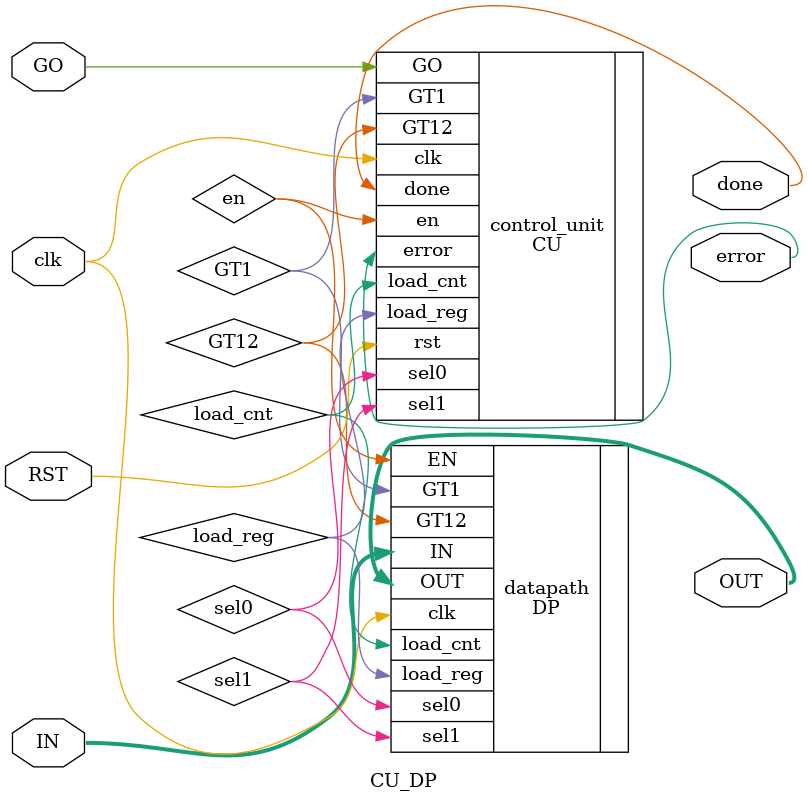
<source format=v>
module CU_DP(
    input [31:0] IN,
    input GO, RST, clk,
    output [31:0] OUT,
    output done, error
);

wire GT1, GT12, en, load_reg, load_cnt, sel0, sel1;

CU control_unit(.GO(GO), .GT1(GT1), .GT12(GT12), .clk(clk), .rst(RST), 
    .en(en), .load_reg(load_reg), .load_cnt(load_cnt), .sel0(sel0), .sel1(sel1),
    .done(done), .error(error));
    
DP datapath(.IN(IN), .clk(clk), .EN(en), .load_cnt(load_cnt), .load_reg(load_reg),
    .sel0(sel0), .sel1(sel1), .OUT(OUT), .GT1(GT1), .GT12(GT12));
    
endmodule

</source>
